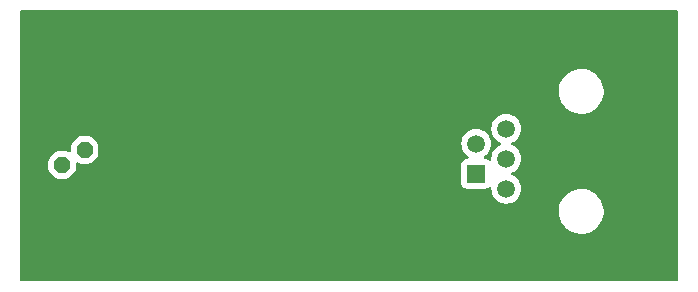
<source format=gbl>
G04 #@! TF.GenerationSoftware,KiCad,Pcbnew,7.0.6*
G04 #@! TF.CreationDate,2023-12-02T16:45:52-07:00*
G04 #@! TF.ProjectId,Temperature Senor Board V2 (2),54656d70-6572-4617-9475-72652053656e,rev?*
G04 #@! TF.SameCoordinates,Original*
G04 #@! TF.FileFunction,Copper,L2,Bot*
G04 #@! TF.FilePolarity,Positive*
%FSLAX46Y46*%
G04 Gerber Fmt 4.6, Leading zero omitted, Abs format (unit mm)*
G04 Created by KiCad (PCBNEW 7.0.6) date 2023-12-02 16:45:52*
%MOMM*%
%LPD*%
G01*
G04 APERTURE LIST*
G04 Aperture macros list*
%AMOutline5P*
0 Free polygon, 5 corners , with rotation*
0 The origin of the aperture is its center*
0 number of corners: always 5*
0 $1 to $10 corner X, Y*
0 $11 Rotation angle, in degrees counterclockwise*
0 create outline with 5 corners*
4,1,5,$1,$2,$3,$4,$5,$6,$7,$8,$9,$10,$1,$2,$11*%
%AMOutline6P*
0 Free polygon, 6 corners , with rotation*
0 The origin of the aperture is its center*
0 number of corners: always 6*
0 $1 to $12 corner X, Y*
0 $13 Rotation angle, in degrees counterclockwise*
0 create outline with 6 corners*
4,1,6,$1,$2,$3,$4,$5,$6,$7,$8,$9,$10,$11,$12,$1,$2,$13*%
%AMOutline7P*
0 Free polygon, 7 corners , with rotation*
0 The origin of the aperture is its center*
0 number of corners: always 7*
0 $1 to $14 corner X, Y*
0 $15 Rotation angle, in degrees counterclockwise*
0 create outline with 7 corners*
4,1,7,$1,$2,$3,$4,$5,$6,$7,$8,$9,$10,$11,$12,$13,$14,$1,$2,$15*%
%AMOutline8P*
0 Free polygon, 8 corners , with rotation*
0 The origin of the aperture is its center*
0 number of corners: always 8*
0 $1 to $16 corner X, Y*
0 $17 Rotation angle, in degrees counterclockwise*
0 create outline with 8 corners*
4,1,8,$1,$2,$3,$4,$5,$6,$7,$8,$9,$10,$11,$12,$13,$14,$15,$16,$1,$2,$17*%
G04 Aperture macros list end*
G04 #@! TA.AperFunction,ComponentPad*
%ADD10Outline8P,-0.660400X0.273547X-0.273547X0.660400X0.273547X0.660400X0.660400X0.273547X0.660400X-0.273547X0.273547X-0.660400X-0.273547X-0.660400X-0.660400X-0.273547X270.000000*%
G04 #@! TD*
G04 #@! TA.AperFunction,ComponentPad*
%ADD11R,1.508000X1.508000*%
G04 #@! TD*
G04 #@! TA.AperFunction,ComponentPad*
%ADD12C,1.508000*%
G04 #@! TD*
G04 #@! TA.AperFunction,ComponentPad*
%ADD13C,2.475000*%
G04 #@! TD*
G04 #@! TA.AperFunction,ViaPad*
%ADD14C,0.600000*%
G04 #@! TD*
G04 APERTURE END LIST*
D10*
X123443979Y-86995031D03*
X125348979Y-88265031D03*
X123443979Y-89535031D03*
D11*
X158496000Y-90292000D03*
D12*
X158496000Y-87752000D03*
X158496000Y-85212000D03*
X161036000Y-91562000D03*
X161036000Y-89022000D03*
X161036000Y-86482000D03*
D13*
X170436000Y-95252000D03*
X170436000Y-81532000D03*
D14*
X130175000Y-91567000D03*
X130429000Y-86233000D03*
X145161000Y-84201000D03*
X139192000Y-84201000D03*
X151257000Y-84201000D03*
X151257000Y-90424000D03*
X145161000Y-90424000D03*
X139192000Y-90424000D03*
G04 #@! TA.AperFunction,Conductor*
G36*
X175558539Y-76473685D02*
G01*
X175604294Y-76526489D01*
X175615500Y-76578000D01*
X175615500Y-99291500D01*
X175595815Y-99358539D01*
X175543011Y-99404294D01*
X175491500Y-99415500D01*
X120012000Y-99415500D01*
X119944961Y-99395815D01*
X119899206Y-99343011D01*
X119888000Y-99291500D01*
X119888000Y-93541594D01*
X165481686Y-93541594D01*
X165512114Y-93818125D01*
X165582478Y-94087272D01*
X165637726Y-94217283D01*
X165691284Y-94343314D01*
X165836205Y-94580776D01*
X165836212Y-94580786D01*
X166014161Y-94794616D01*
X166014167Y-94794621D01*
X166179918Y-94943133D01*
X166221357Y-94980263D01*
X166453373Y-95133763D01*
X166705267Y-95251846D01*
X166705274Y-95251848D01*
X166705276Y-95251849D01*
X166971657Y-95331992D01*
X166971664Y-95331993D01*
X166971669Y-95331995D01*
X167246901Y-95372500D01*
X167246906Y-95372500D01*
X167455469Y-95372500D01*
X167515862Y-95368079D01*
X167663455Y-95357277D01*
X167934997Y-95296788D01*
X168194838Y-95197408D01*
X168437440Y-95061253D01*
X168657632Y-94891226D01*
X168850722Y-94690951D01*
X169012593Y-94464696D01*
X169088580Y-94316900D01*
X169139790Y-94217298D01*
X169139794Y-94217288D01*
X169139797Y-94217283D01*
X169229621Y-93953986D01*
X169280152Y-93680416D01*
X169290313Y-93402404D01*
X169259886Y-93125876D01*
X169189520Y-92856724D01*
X169080716Y-92600686D01*
X168935792Y-92363219D01*
X168844112Y-92253053D01*
X168757838Y-92149383D01*
X168757832Y-92149378D01*
X168550643Y-91963737D01*
X168318629Y-91810238D01*
X168318627Y-91810237D01*
X168066733Y-91692154D01*
X168066728Y-91692152D01*
X168066723Y-91692150D01*
X167800342Y-91612007D01*
X167800328Y-91612004D01*
X167681565Y-91594526D01*
X167525099Y-91571500D01*
X167316537Y-91571500D01*
X167316531Y-91571500D01*
X167108545Y-91586723D01*
X167108535Y-91586724D01*
X166837007Y-91647210D01*
X166836997Y-91647213D01*
X166577161Y-91746592D01*
X166334561Y-91882746D01*
X166334556Y-91882749D01*
X166114369Y-92052772D01*
X166114359Y-92052781D01*
X165921281Y-92253045D01*
X165921274Y-92253053D01*
X165759412Y-92479295D01*
X165759405Y-92479307D01*
X165632209Y-92726701D01*
X165632205Y-92726711D01*
X165542379Y-92990012D01*
X165542378Y-92990018D01*
X165491848Y-93263584D01*
X165491847Y-93263591D01*
X165481686Y-93541594D01*
X119888000Y-93541594D01*
X119888000Y-89849557D01*
X122283079Y-89849557D01*
X122293639Y-89933627D01*
X122348714Y-90066592D01*
X122348715Y-90066593D01*
X122348716Y-90066595D01*
X122400699Y-90133512D01*
X122400705Y-90133518D01*
X122845499Y-90578313D01*
X122845509Y-90578322D01*
X122912415Y-90630294D01*
X122912416Y-90630295D01*
X123045383Y-90685371D01*
X123129455Y-90695931D01*
X123129458Y-90695931D01*
X123758499Y-90695931D01*
X123758502Y-90695931D01*
X123842576Y-90685371D01*
X123975543Y-90630294D01*
X124042460Y-90578311D01*
X124487263Y-90133509D01*
X124539243Y-90066594D01*
X124594319Y-89933627D01*
X124604879Y-89849555D01*
X124604879Y-89448535D01*
X124624564Y-89381497D01*
X124677368Y-89335742D01*
X124746526Y-89325798D01*
X124804948Y-89350610D01*
X124817416Y-89360295D01*
X124950383Y-89415371D01*
X125034455Y-89425931D01*
X125034458Y-89425931D01*
X125663499Y-89425931D01*
X125663502Y-89425931D01*
X125747576Y-89415371D01*
X125880543Y-89360294D01*
X125947460Y-89308311D01*
X126392263Y-88863509D01*
X126444243Y-88796594D01*
X126499319Y-88663627D01*
X126509879Y-88579555D01*
X126509879Y-87950508D01*
X126499319Y-87866434D01*
X126451919Y-87752002D01*
X157236708Y-87752002D01*
X157254074Y-87950510D01*
X157255839Y-87970674D01*
X157312653Y-88182703D01*
X157312654Y-88182706D01*
X157312655Y-88182708D01*
X157405419Y-88381642D01*
X157405423Y-88381650D01*
X157531322Y-88561452D01*
X157531326Y-88561457D01*
X157686543Y-88716674D01*
X157800679Y-88796593D01*
X157822576Y-88811925D01*
X157866201Y-88866502D01*
X157873395Y-88936000D01*
X157841872Y-88998355D01*
X157781643Y-89033769D01*
X157751455Y-89037500D01*
X157694130Y-89037500D01*
X157694123Y-89037501D01*
X157634516Y-89043908D01*
X157499671Y-89094202D01*
X157499664Y-89094206D01*
X157384455Y-89180452D01*
X157384452Y-89180455D01*
X157298206Y-89295664D01*
X157298202Y-89295671D01*
X157247908Y-89430517D01*
X157241501Y-89490116D01*
X157241500Y-89490135D01*
X157241500Y-91093870D01*
X157241501Y-91093876D01*
X157247908Y-91153483D01*
X157298202Y-91288328D01*
X157298206Y-91288335D01*
X157384452Y-91403544D01*
X157384455Y-91403547D01*
X157499664Y-91489793D01*
X157499671Y-91489797D01*
X157634517Y-91540091D01*
X157634516Y-91540091D01*
X157641444Y-91540835D01*
X157694127Y-91546500D01*
X159297872Y-91546499D01*
X159357483Y-91540091D01*
X159492331Y-91489796D01*
X159581388Y-91423127D01*
X159646851Y-91398710D01*
X159715125Y-91413561D01*
X159764530Y-91462966D01*
X159779383Y-91531239D01*
X159779227Y-91533200D01*
X159776708Y-91561996D01*
X159776708Y-91562002D01*
X159795838Y-91780668D01*
X159795839Y-91780675D01*
X159803761Y-91810238D01*
X159852653Y-91992703D01*
X159852654Y-91992706D01*
X159852655Y-91992708D01*
X159945419Y-92191642D01*
X159945423Y-92191650D01*
X160071322Y-92371452D01*
X160071327Y-92371458D01*
X160226541Y-92526672D01*
X160226547Y-92526677D01*
X160406349Y-92652576D01*
X160406351Y-92652577D01*
X160406354Y-92652579D01*
X160605297Y-92745347D01*
X160817326Y-92802161D01*
X160973521Y-92815826D01*
X161035998Y-92821292D01*
X161036000Y-92821292D01*
X161036002Y-92821292D01*
X161090668Y-92816509D01*
X161254674Y-92802161D01*
X161466703Y-92745347D01*
X161665646Y-92652579D01*
X161845457Y-92526674D01*
X162000674Y-92371457D01*
X162126579Y-92191646D01*
X162219347Y-91992703D01*
X162276161Y-91780674D01*
X162295292Y-91562000D01*
X162292772Y-91533200D01*
X162286628Y-91462966D01*
X162276161Y-91343326D01*
X162219347Y-91131297D01*
X162126579Y-90932354D01*
X162126577Y-90932351D01*
X162126576Y-90932349D01*
X162000677Y-90752547D01*
X162000672Y-90752541D01*
X161845458Y-90597327D01*
X161845452Y-90597322D01*
X161665650Y-90471423D01*
X161665642Y-90471419D01*
X161521879Y-90404382D01*
X161469439Y-90358210D01*
X161450287Y-90291017D01*
X161470502Y-90224136D01*
X161521879Y-90179618D01*
X161665646Y-90112579D01*
X161845457Y-89986674D01*
X162000674Y-89831457D01*
X162126579Y-89651646D01*
X162219347Y-89452703D01*
X162276161Y-89240674D01*
X162290509Y-89076668D01*
X162295292Y-89022002D01*
X162295292Y-89021997D01*
X162279595Y-88842579D01*
X162276161Y-88803326D01*
X162219347Y-88591297D01*
X162126579Y-88392354D01*
X162126577Y-88392351D01*
X162126576Y-88392349D01*
X162000677Y-88212547D01*
X162000672Y-88212541D01*
X161845458Y-88057327D01*
X161845452Y-88057322D01*
X161665650Y-87931423D01*
X161665642Y-87931419D01*
X161526280Y-87866434D01*
X161521878Y-87864381D01*
X161469439Y-87818210D01*
X161450287Y-87751017D01*
X161470502Y-87684136D01*
X161521879Y-87639618D01*
X161665646Y-87572579D01*
X161845457Y-87446674D01*
X162000674Y-87291457D01*
X162126579Y-87111646D01*
X162219347Y-86912703D01*
X162276161Y-86700674D01*
X162290509Y-86536668D01*
X162295292Y-86482002D01*
X162295292Y-86481997D01*
X162276161Y-86263331D01*
X162276161Y-86263326D01*
X162219347Y-86051297D01*
X162126579Y-85852354D01*
X162126577Y-85852351D01*
X162126576Y-85852349D01*
X162000677Y-85672547D01*
X162000672Y-85672541D01*
X161845458Y-85517327D01*
X161845452Y-85517322D01*
X161665650Y-85391423D01*
X161665642Y-85391419D01*
X161466708Y-85298655D01*
X161466706Y-85298654D01*
X161466703Y-85298653D01*
X161315885Y-85258240D01*
X161254675Y-85241839D01*
X161254668Y-85241838D01*
X161036002Y-85222708D01*
X161035998Y-85222708D01*
X160817331Y-85241838D01*
X160817324Y-85241839D01*
X160694902Y-85274642D01*
X160605297Y-85298653D01*
X160605295Y-85298653D01*
X160605291Y-85298655D01*
X160406357Y-85391419D01*
X160406349Y-85391423D01*
X160226547Y-85517322D01*
X160226541Y-85517327D01*
X160071327Y-85672541D01*
X160071322Y-85672547D01*
X159945423Y-85852349D01*
X159945419Y-85852357D01*
X159852655Y-86051291D01*
X159795839Y-86263324D01*
X159795838Y-86263331D01*
X159776708Y-86481997D01*
X159776708Y-86482002D01*
X159792404Y-86661421D01*
X159795839Y-86700674D01*
X159852653Y-86912703D01*
X159852654Y-86912706D01*
X159852655Y-86912708D01*
X159945419Y-87111642D01*
X159945423Y-87111650D01*
X160071322Y-87291452D01*
X160071327Y-87291458D01*
X160226541Y-87446672D01*
X160226547Y-87446677D01*
X160406349Y-87572576D01*
X160406351Y-87572577D01*
X160406354Y-87572579D01*
X160490963Y-87612032D01*
X160550120Y-87639618D01*
X160602560Y-87685790D01*
X160621712Y-87752983D01*
X160601496Y-87819865D01*
X160550120Y-87864382D01*
X160406357Y-87931419D01*
X160406349Y-87931423D01*
X160226547Y-88057322D01*
X160226541Y-88057327D01*
X160071327Y-88212541D01*
X160071322Y-88212547D01*
X159945423Y-88392349D01*
X159945419Y-88392357D01*
X159852655Y-88591291D01*
X159852653Y-88591295D01*
X159852653Y-88591297D01*
X159833272Y-88663627D01*
X159795839Y-88803324D01*
X159795838Y-88803331D01*
X159776708Y-89021997D01*
X159776708Y-89022003D01*
X159779227Y-89050799D01*
X159765460Y-89119299D01*
X159716844Y-89169481D01*
X159648815Y-89185414D01*
X159582972Y-89162038D01*
X159581388Y-89160872D01*
X159548743Y-89136434D01*
X159492331Y-89094204D01*
X159492329Y-89094203D01*
X159492328Y-89094202D01*
X159357482Y-89043908D01*
X159357483Y-89043908D01*
X159297883Y-89037501D01*
X159297881Y-89037500D01*
X159297873Y-89037500D01*
X159297865Y-89037500D01*
X159240547Y-89037500D01*
X159173508Y-89017815D01*
X159127753Y-88965011D01*
X159117809Y-88895853D01*
X159146834Y-88832297D01*
X159169424Y-88811925D01*
X159305457Y-88716674D01*
X159460674Y-88561457D01*
X159586579Y-88381646D01*
X159679347Y-88182703D01*
X159736161Y-87970674D01*
X159750509Y-87806668D01*
X159755292Y-87752002D01*
X159755292Y-87751997D01*
X159736161Y-87533331D01*
X159736161Y-87533326D01*
X159679347Y-87321297D01*
X159586579Y-87122354D01*
X159586577Y-87122351D01*
X159586576Y-87122349D01*
X159460677Y-86942547D01*
X159460672Y-86942541D01*
X159305458Y-86787327D01*
X159305452Y-86787322D01*
X159125650Y-86661423D01*
X159125642Y-86661419D01*
X158926708Y-86568655D01*
X158926706Y-86568654D01*
X158926703Y-86568653D01*
X158775885Y-86528240D01*
X158714675Y-86511839D01*
X158714668Y-86511838D01*
X158496002Y-86492708D01*
X158495998Y-86492708D01*
X158277331Y-86511838D01*
X158277324Y-86511839D01*
X158154902Y-86544642D01*
X158065297Y-86568653D01*
X158065295Y-86568653D01*
X158065291Y-86568655D01*
X157866357Y-86661419D01*
X157866349Y-86661423D01*
X157686547Y-86787322D01*
X157686541Y-86787327D01*
X157531327Y-86942541D01*
X157531322Y-86942547D01*
X157405423Y-87122349D01*
X157405419Y-87122357D01*
X157312655Y-87321291D01*
X157255839Y-87533324D01*
X157255838Y-87533331D01*
X157236708Y-87751997D01*
X157236708Y-87752002D01*
X126451919Y-87752002D01*
X126444242Y-87733467D01*
X126392259Y-87666550D01*
X125947457Y-87221747D01*
X125947456Y-87221746D01*
X125947448Y-87221739D01*
X125880541Y-87169766D01*
X125747576Y-87114691D01*
X125663506Y-87104131D01*
X125663503Y-87104131D01*
X125034456Y-87104131D01*
X125034452Y-87104131D01*
X124950382Y-87114691D01*
X124817417Y-87169766D01*
X124750498Y-87221751D01*
X124750491Y-87221757D01*
X124305696Y-87666551D01*
X124305687Y-87666561D01*
X124253714Y-87733468D01*
X124198639Y-87866433D01*
X124198639Y-87866434D01*
X124188079Y-87950503D01*
X124188079Y-88351525D01*
X124168394Y-88418564D01*
X124115590Y-88464319D01*
X124046432Y-88474263D01*
X123988013Y-88449454D01*
X123975541Y-88439766D01*
X123842576Y-88384691D01*
X123758506Y-88374131D01*
X123758503Y-88374131D01*
X123129456Y-88374131D01*
X123129452Y-88374131D01*
X123045382Y-88384691D01*
X122912417Y-88439766D01*
X122845498Y-88491751D01*
X122845491Y-88491757D01*
X122400696Y-88936551D01*
X122400687Y-88936561D01*
X122348714Y-89003468D01*
X122293639Y-89136433D01*
X122293639Y-89136434D01*
X122283079Y-89220503D01*
X122283079Y-89849557D01*
X119888000Y-89849557D01*
X119888000Y-83381594D01*
X165481686Y-83381594D01*
X165512114Y-83658125D01*
X165582478Y-83927272D01*
X165637726Y-84057283D01*
X165691284Y-84183314D01*
X165836205Y-84420776D01*
X165836212Y-84420786D01*
X166014161Y-84634616D01*
X166014167Y-84634621D01*
X166179918Y-84783133D01*
X166221357Y-84820263D01*
X166453373Y-84973763D01*
X166705267Y-85091846D01*
X166705274Y-85091848D01*
X166705276Y-85091849D01*
X166971657Y-85171992D01*
X166971664Y-85171993D01*
X166971669Y-85171995D01*
X167246901Y-85212500D01*
X167246906Y-85212500D01*
X167455469Y-85212500D01*
X167515862Y-85208079D01*
X167663455Y-85197277D01*
X167934997Y-85136788D01*
X168194838Y-85037408D01*
X168437440Y-84901253D01*
X168657632Y-84731226D01*
X168850722Y-84530951D01*
X169012593Y-84304696D01*
X169088580Y-84156900D01*
X169139790Y-84057298D01*
X169139794Y-84057288D01*
X169139797Y-84057283D01*
X169229621Y-83793986D01*
X169280152Y-83520416D01*
X169290313Y-83242404D01*
X169259886Y-82965876D01*
X169189520Y-82696724D01*
X169080716Y-82440686D01*
X168935792Y-82203219D01*
X168844112Y-82093053D01*
X168757838Y-81989383D01*
X168757832Y-81989378D01*
X168550643Y-81803737D01*
X168318629Y-81650238D01*
X168318627Y-81650237D01*
X168066733Y-81532154D01*
X168066728Y-81532152D01*
X168066723Y-81532150D01*
X167800342Y-81452007D01*
X167800328Y-81452004D01*
X167681565Y-81434526D01*
X167525099Y-81411500D01*
X167316537Y-81411500D01*
X167316531Y-81411500D01*
X167108545Y-81426723D01*
X167108535Y-81426724D01*
X166837007Y-81487210D01*
X166836997Y-81487213D01*
X166577161Y-81586592D01*
X166334561Y-81722746D01*
X166334556Y-81722749D01*
X166114369Y-81892772D01*
X166114359Y-81892781D01*
X165921281Y-82093045D01*
X165921274Y-82093053D01*
X165759412Y-82319295D01*
X165759405Y-82319307D01*
X165632209Y-82566701D01*
X165632205Y-82566711D01*
X165542379Y-82830012D01*
X165542378Y-82830018D01*
X165491848Y-83103584D01*
X165491847Y-83103591D01*
X165481686Y-83381594D01*
X119888000Y-83381594D01*
X119888000Y-76578000D01*
X119907685Y-76510961D01*
X119960489Y-76465206D01*
X120012000Y-76454000D01*
X175491500Y-76454000D01*
X175558539Y-76473685D01*
G37*
G04 #@! TD.AperFunction*
M02*

</source>
